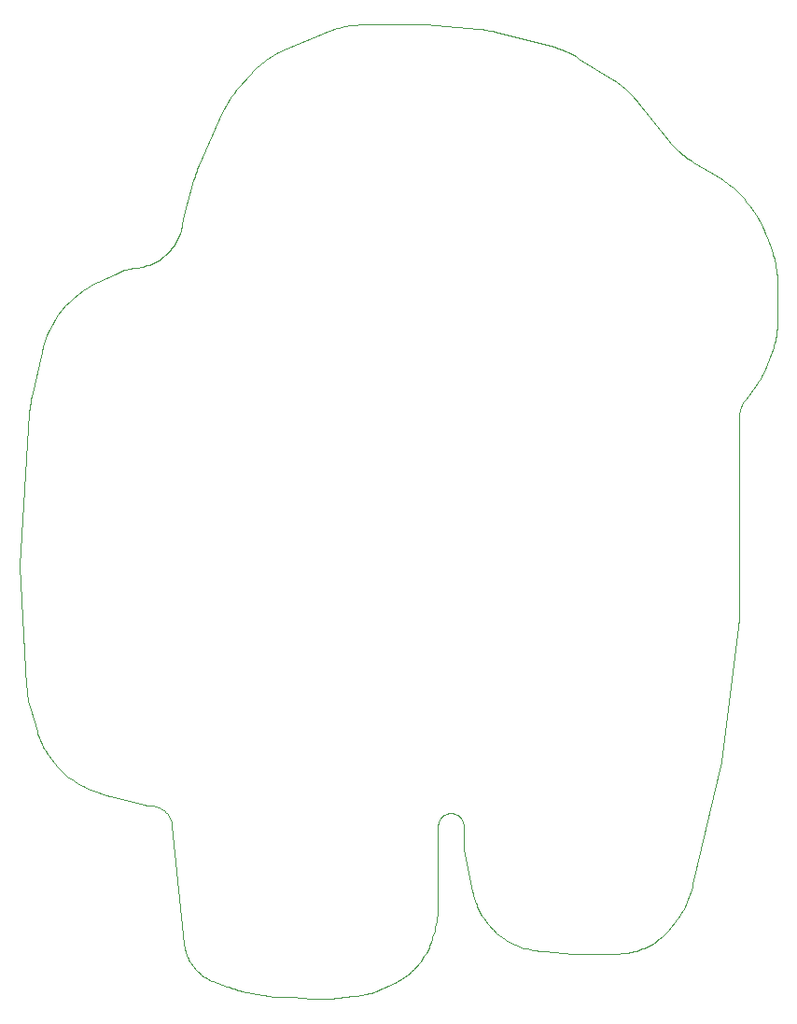
<source format=gbr>
%TF.GenerationSoftware,KiCad,Pcbnew,8.0.4*%
%TF.CreationDate,2024-12-04T20:03:35-06:00*%
%TF.ProjectId,amoguspico,616d6f67-7573-4706-9963-6f2e6b696361,rev?*%
%TF.SameCoordinates,Original*%
%TF.FileFunction,Profile,NP*%
%FSLAX46Y46*%
G04 Gerber Fmt 4.6, Leading zero omitted, Abs format (unit mm)*
G04 Created by KiCad (PCBNEW 8.0.4) date 2024-12-04 20:03:35*
%MOMM*%
%LPD*%
G01*
G04 APERTURE LIST*
%TA.AperFunction,Profile*%
%ADD10C,0.100000*%
%TD*%
G04 APERTURE END LIST*
D10*
X157203538Y-56200330D02*
X157398855Y-56218692D01*
X157593673Y-56241179D01*
X157787927Y-56267780D01*
X157981552Y-56298484D01*
X158174482Y-56333280D01*
X158366652Y-56372157D01*
X158557998Y-56415104D01*
X158748453Y-56462108D01*
X163780888Y-57760836D01*
X164122647Y-57856026D01*
X164460109Y-57964106D01*
X164792927Y-58084922D01*
X165120753Y-58218320D01*
X165443240Y-58364147D01*
X165760040Y-58522250D01*
X166070806Y-58692475D01*
X166375190Y-58874669D01*
X169382512Y-60754293D01*
X169547330Y-60859756D01*
X169709765Y-60968593D01*
X169869766Y-61080759D01*
X170027283Y-61196212D01*
X170182267Y-61314907D01*
X170334666Y-61436802D01*
X170484431Y-61561853D01*
X170631511Y-61690017D01*
X170775857Y-61821251D01*
X170917418Y-61955510D01*
X171056143Y-62092753D01*
X171191984Y-62232935D01*
X171324889Y-62376013D01*
X171454808Y-62521944D01*
X171581691Y-62670684D01*
X171705489Y-62822190D01*
X174452127Y-66255443D01*
X174565063Y-66393806D01*
X174680559Y-66529879D01*
X174798579Y-66663629D01*
X174919089Y-66795021D01*
X175042055Y-66924023D01*
X175167441Y-67050601D01*
X175295214Y-67174721D01*
X175425338Y-67296349D01*
X175557779Y-67415451D01*
X175692502Y-67531995D01*
X175829473Y-67645946D01*
X175968658Y-67757272D01*
X176110021Y-67865937D01*
X176253527Y-67971909D01*
X176399144Y-68075153D01*
X176546834Y-68175637D01*
X176739449Y-68304172D01*
X178978619Y-69621419D01*
X179186583Y-69747430D01*
X179390918Y-69878694D01*
X179591532Y-70015125D01*
X179788333Y-70156640D01*
X179981231Y-70303155D01*
X180170132Y-70454586D01*
X180354947Y-70610848D01*
X180535583Y-70771858D01*
X180711949Y-70937532D01*
X180883953Y-71107785D01*
X181051503Y-71282534D01*
X181214509Y-71461695D01*
X181372878Y-71645183D01*
X181526520Y-71832915D01*
X181675341Y-72024806D01*
X181819252Y-72220772D01*
X182229027Y-72794826D01*
X182413642Y-73063031D01*
X182588528Y-73337298D01*
X182753549Y-73617362D01*
X182908569Y-73902955D01*
X183053453Y-74193812D01*
X183188065Y-74489666D01*
X183312269Y-74790250D01*
X183425930Y-75095298D01*
X183851448Y-76300310D01*
X183914909Y-76486533D01*
X183974364Y-76673915D01*
X184029802Y-76862391D01*
X184081209Y-77051895D01*
X184128574Y-77242361D01*
X184171884Y-77433725D01*
X184211128Y-77625921D01*
X184246292Y-77818885D01*
X184277365Y-78012549D01*
X184304335Y-78206850D01*
X184327189Y-78401722D01*
X184345915Y-78597100D01*
X184360501Y-78792918D01*
X184370935Y-78989111D01*
X184377204Y-79185613D01*
X184379297Y-79382360D01*
X184379297Y-82495018D01*
X184376663Y-82715764D01*
X184368774Y-82936165D01*
X184355649Y-83156132D01*
X184337307Y-83375571D01*
X184313767Y-83594391D01*
X184285048Y-83812499D01*
X184251168Y-84029804D01*
X184212148Y-84246214D01*
X184168005Y-84461638D01*
X184118759Y-84675982D01*
X184064429Y-84889155D01*
X184005033Y-85101066D01*
X183940592Y-85311622D01*
X183871123Y-85520732D01*
X183796645Y-85728303D01*
X183717179Y-85934244D01*
X183356483Y-86835142D01*
X183261632Y-87061470D01*
X183159462Y-87284377D01*
X183050074Y-87503688D01*
X182933573Y-87719229D01*
X182810060Y-87930827D01*
X182679641Y-88138307D01*
X182542416Y-88341496D01*
X182398490Y-88540218D01*
X181462261Y-89788337D01*
X181396581Y-89879702D01*
X181334829Y-89973375D01*
X181277048Y-90069229D01*
X181223279Y-90167134D01*
X181173567Y-90266962D01*
X181127953Y-90368584D01*
X181086481Y-90471873D01*
X181049192Y-90576698D01*
X181016131Y-90682932D01*
X180987339Y-90790447D01*
X180962859Y-90899112D01*
X180942734Y-91008801D01*
X180927007Y-91119383D01*
X180915721Y-91230732D01*
X180908918Y-91342717D01*
X180906640Y-91455211D01*
X180906640Y-109744535D01*
X179286063Y-122709118D01*
X176712132Y-133797536D01*
X176655243Y-134028427D01*
X176592267Y-134257424D01*
X176523259Y-134484412D01*
X176448273Y-134709276D01*
X176367365Y-134931902D01*
X176280589Y-135152175D01*
X176188001Y-135369980D01*
X176089655Y-135585203D01*
X175985607Y-135797730D01*
X175875911Y-136007445D01*
X175760622Y-136214234D01*
X175639795Y-136417982D01*
X175513485Y-136618575D01*
X175381748Y-136815898D01*
X175244637Y-137009837D01*
X175102209Y-137200277D01*
X174761887Y-137642463D01*
X174661315Y-137769742D01*
X174557583Y-137894221D01*
X174450752Y-138015844D01*
X174340886Y-138134558D01*
X174228046Y-138250306D01*
X174112295Y-138363034D01*
X173993695Y-138472687D01*
X173872309Y-138579210D01*
X173748199Y-138682547D01*
X173621428Y-138782645D01*
X173492057Y-138879448D01*
X173360150Y-138972901D01*
X173225769Y-139062949D01*
X173088976Y-139149537D01*
X172949834Y-139232611D01*
X172808404Y-139312114D01*
X172635668Y-139402832D01*
X172460476Y-139487958D01*
X172282965Y-139567455D01*
X172103274Y-139641288D01*
X171921540Y-139709421D01*
X171737901Y-139771818D01*
X171552494Y-139828443D01*
X171365458Y-139879260D01*
X171176929Y-139924234D01*
X170987045Y-139963327D01*
X170795945Y-139996505D01*
X170603766Y-140023731D01*
X170410645Y-140044969D01*
X170216721Y-140060184D01*
X170022130Y-140069339D01*
X169827011Y-140072399D01*
X165858462Y-140072399D01*
X163311845Y-139840885D01*
X163031035Y-139835044D01*
X162751574Y-139817598D01*
X162473797Y-139788663D01*
X162198043Y-139748353D01*
X161924646Y-139696784D01*
X161653946Y-139634071D01*
X161386278Y-139560330D01*
X161121978Y-139475676D01*
X160861385Y-139380224D01*
X160604834Y-139274090D01*
X160352663Y-139157389D01*
X160105209Y-139030236D01*
X159862807Y-138892746D01*
X159625796Y-138745035D01*
X159394511Y-138587218D01*
X159169290Y-138419410D01*
X158913150Y-138220314D01*
X158542547Y-137849898D01*
X158418482Y-137722437D01*
X158298019Y-137591875D01*
X158181209Y-137458291D01*
X158068103Y-137321763D01*
X157958753Y-137182371D01*
X157853209Y-137040193D01*
X157751522Y-136895307D01*
X157653745Y-136747792D01*
X157559927Y-136597727D01*
X157470120Y-136445190D01*
X157384375Y-136290261D01*
X157302744Y-136133017D01*
X157225277Y-135973538D01*
X157152025Y-135811902D01*
X157083040Y-135648188D01*
X157018373Y-135482474D01*
X156972528Y-135356467D01*
X156929247Y-135229555D01*
X156888544Y-135101785D01*
X156850431Y-134973207D01*
X156814920Y-134843869D01*
X156782023Y-134713820D01*
X156751754Y-134583108D01*
X156724124Y-134451783D01*
X155956714Y-130614739D01*
X155944271Y-130548283D01*
X155933478Y-130481589D01*
X155924336Y-130414678D01*
X155916849Y-130347572D01*
X155911020Y-130280293D01*
X155906853Y-130212862D01*
X155904350Y-130145300D01*
X155903515Y-130077631D01*
X155903515Y-128496874D01*
X155902009Y-128437295D01*
X155897538Y-128378499D01*
X155890177Y-128320560D01*
X155879997Y-128263550D01*
X155867072Y-128207540D01*
X155851473Y-128152605D01*
X155833274Y-128098817D01*
X155812548Y-128046248D01*
X155789367Y-127994971D01*
X155763803Y-127945059D01*
X155735931Y-127896584D01*
X155705822Y-127849619D01*
X155673548Y-127804237D01*
X155639184Y-127760510D01*
X155602802Y-127718512D01*
X155564473Y-127678313D01*
X155524272Y-127639989D01*
X155482271Y-127603610D01*
X155438542Y-127569250D01*
X155393158Y-127536981D01*
X155346193Y-127506876D01*
X155297718Y-127479008D01*
X155247806Y-127453448D01*
X155196531Y-127430271D01*
X155143965Y-127409549D01*
X155090181Y-127391354D01*
X155035250Y-127375758D01*
X154979247Y-127362836D01*
X154922244Y-127352658D01*
X154864314Y-127345299D01*
X154805529Y-127340830D01*
X154745962Y-127339324D01*
X154686395Y-127340830D01*
X154627609Y-127345299D01*
X154569679Y-127352658D01*
X154512676Y-127362836D01*
X154456673Y-127375758D01*
X154401743Y-127391354D01*
X154347958Y-127409549D01*
X154295392Y-127430271D01*
X154244117Y-127453448D01*
X154194205Y-127479008D01*
X154145731Y-127506876D01*
X154098765Y-127536981D01*
X154053381Y-127569250D01*
X154009653Y-127603610D01*
X153967651Y-127639989D01*
X153927450Y-127678313D01*
X153889122Y-127718512D01*
X153852739Y-127760510D01*
X153818375Y-127804237D01*
X153786102Y-127849619D01*
X153755992Y-127896584D01*
X153728120Y-127945059D01*
X153702557Y-127994971D01*
X153679375Y-128046248D01*
X153658649Y-128098817D01*
X153640450Y-128152605D01*
X153624852Y-128207540D01*
X153611926Y-128263550D01*
X153601746Y-128320560D01*
X153594385Y-128378499D01*
X153589915Y-128437295D01*
X153588408Y-128496874D01*
X153588408Y-135665362D01*
X153583360Y-135955132D01*
X153568238Y-136244333D01*
X153543081Y-136532699D01*
X153507924Y-136819963D01*
X153462805Y-137105860D01*
X153407761Y-137390123D01*
X153342828Y-137672487D01*
X153268044Y-137952684D01*
X153077559Y-138619435D01*
X153023847Y-138797838D01*
X152965224Y-138974429D01*
X152901743Y-139149110D01*
X152833455Y-139321782D01*
X152760415Y-139492350D01*
X152682675Y-139660714D01*
X152600287Y-139826778D01*
X152513305Y-139990443D01*
X152421780Y-140151612D01*
X152325765Y-140310187D01*
X152225314Y-140466071D01*
X152120479Y-140619166D01*
X152011312Y-140769375D01*
X151897867Y-140916599D01*
X151780196Y-141060741D01*
X151658351Y-141201704D01*
X151551964Y-141318612D01*
X151442933Y-141432823D01*
X151331311Y-141544298D01*
X151217152Y-141652998D01*
X151100507Y-141758884D01*
X150981431Y-141861919D01*
X150859976Y-141962063D01*
X150736195Y-142059278D01*
X150610141Y-142153524D01*
X150481867Y-142244764D01*
X150351426Y-142332959D01*
X150218870Y-142418069D01*
X150084254Y-142500057D01*
X149947630Y-142578884D01*
X149809051Y-142654511D01*
X149668569Y-142726899D01*
X149093359Y-143014435D01*
X148903454Y-143106684D01*
X148711671Y-143194504D01*
X148518087Y-143277872D01*
X148322782Y-143356764D01*
X148125834Y-143431159D01*
X147927321Y-143501032D01*
X147727323Y-143566361D01*
X147525917Y-143627122D01*
X147323184Y-143683293D01*
X147119201Y-143734851D01*
X146914047Y-143781773D01*
X146707800Y-143824034D01*
X146500540Y-143861614D01*
X146292345Y-143894487D01*
X146083294Y-143922632D01*
X145873465Y-143946026D01*
X143818485Y-144151611D01*
X143598916Y-144170883D01*
X143379042Y-144184940D01*
X143158956Y-144193778D01*
X142938752Y-144197391D01*
X142718524Y-144195773D01*
X142498367Y-144188919D01*
X142278373Y-144176824D01*
X142058637Y-144159482D01*
X140392317Y-144008076D01*
X139457201Y-144008076D01*
X139228610Y-144005257D01*
X139000260Y-143996804D01*
X138772256Y-143982731D01*
X138544701Y-143963046D01*
X138317703Y-143937762D01*
X138091365Y-143906889D01*
X137865794Y-143870438D01*
X137641094Y-143828419D01*
X135789473Y-143458004D01*
X135609760Y-143420003D01*
X135430950Y-143378236D01*
X135253104Y-143332714D01*
X135076282Y-143283448D01*
X134900546Y-143230448D01*
X134725955Y-143173725D01*
X134552571Y-143113291D01*
X134380454Y-143049156D01*
X133156876Y-142578725D01*
X133023341Y-142524608D01*
X132892074Y-142465969D01*
X132763183Y-142402886D01*
X132636770Y-142335438D01*
X132512942Y-142263703D01*
X132391804Y-142187760D01*
X132273461Y-142107688D01*
X132158019Y-142023566D01*
X132045581Y-141935472D01*
X131936255Y-141843484D01*
X131830144Y-141747682D01*
X131727355Y-141648144D01*
X131627991Y-141544949D01*
X131532160Y-141438175D01*
X131439964Y-141327902D01*
X131351511Y-141214207D01*
X131269777Y-141101283D01*
X131192092Y-140985876D01*
X131118497Y-140868098D01*
X131049037Y-140748060D01*
X130983754Y-140625873D01*
X130922692Y-140501649D01*
X130865895Y-140375499D01*
X130813406Y-140247534D01*
X130765268Y-140117865D01*
X130721524Y-139986603D01*
X130682218Y-139853860D01*
X130647393Y-139719747D01*
X130617093Y-139584375D01*
X130591360Y-139447855D01*
X130570239Y-139310299D01*
X130553772Y-139171818D01*
X129465350Y-128469096D01*
X129453241Y-128372692D01*
X129436747Y-128277840D01*
X129415978Y-128184641D01*
X129391044Y-128093192D01*
X129362053Y-128003593D01*
X129329114Y-127915943D01*
X129292339Y-127830340D01*
X129251836Y-127746883D01*
X129207714Y-127665671D01*
X129160083Y-127586803D01*
X129109053Y-127510378D01*
X129054733Y-127436494D01*
X128997232Y-127365251D01*
X128936661Y-127296748D01*
X128873128Y-127231082D01*
X128806743Y-127168353D01*
X128737616Y-127108661D01*
X128665856Y-127052103D01*
X128591572Y-126998779D01*
X128514874Y-126948787D01*
X128435872Y-126902226D01*
X128354675Y-126859195D01*
X128271392Y-126819794D01*
X128186134Y-126784120D01*
X128099009Y-126752273D01*
X128010127Y-126724352D01*
X127919597Y-126700455D01*
X127827530Y-126680681D01*
X127734034Y-126665129D01*
X127639219Y-126653898D01*
X127543194Y-126647087D01*
X127446069Y-126644795D01*
X127383877Y-126643841D01*
X127321788Y-126640981D01*
X127259846Y-126636223D01*
X127198093Y-126629570D01*
X127136572Y-126621030D01*
X127075326Y-126610608D01*
X127014399Y-126598309D01*
X126953832Y-126584140D01*
X123492057Y-125718753D01*
X122343163Y-125308516D01*
X122088027Y-125212627D01*
X121836672Y-125108573D01*
X121589280Y-124996480D01*
X121346030Y-124876475D01*
X121107105Y-124748682D01*
X120872682Y-124613230D01*
X120642944Y-124470244D01*
X120418070Y-124319850D01*
X120198241Y-124162174D01*
X119983637Y-123997342D01*
X119774439Y-123825482D01*
X119570827Y-123646718D01*
X119372980Y-123461177D01*
X119181081Y-123268986D01*
X118995308Y-123070270D01*
X118815843Y-122865156D01*
X118680569Y-122701072D01*
X118549714Y-122533749D01*
X118423330Y-122363280D01*
X118301465Y-122189759D01*
X118184170Y-122013277D01*
X118071495Y-121833929D01*
X117963489Y-121651807D01*
X117860203Y-121467004D01*
X117761687Y-121279613D01*
X117667991Y-121089726D01*
X117579164Y-120897437D01*
X117495256Y-120702839D01*
X117416319Y-120506025D01*
X117342401Y-120307087D01*
X117273552Y-120106118D01*
X117209823Y-119903212D01*
X116627764Y-117963155D01*
X116553735Y-117702583D01*
X116487397Y-117440138D01*
X116428782Y-117175989D01*
X116377919Y-116910304D01*
X116334838Y-116643251D01*
X116299570Y-116374999D01*
X116272145Y-116105716D01*
X116252593Y-115835569D01*
X115620703Y-104882815D01*
X116500318Y-91028863D01*
X116513705Y-90846500D01*
X116530684Y-90664494D01*
X116551248Y-90482896D01*
X116575389Y-90301758D01*
X116603100Y-90121132D01*
X116634373Y-89941071D01*
X116669201Y-89761626D01*
X116707575Y-89582849D01*
X117629765Y-85484234D01*
X117762762Y-84963946D01*
X117924621Y-84455260D01*
X118114526Y-83959185D01*
X118331664Y-83476733D01*
X118575218Y-83008914D01*
X118844373Y-82556739D01*
X119138314Y-82121218D01*
X119456227Y-81703363D01*
X119797294Y-81304183D01*
X120160703Y-80924690D01*
X120545636Y-80565894D01*
X120951280Y-80228806D01*
X121376818Y-79914436D01*
X121821437Y-79623795D01*
X122284319Y-79357895D01*
X122764651Y-79117744D01*
X124396429Y-78360150D01*
X124575873Y-78280794D01*
X124757923Y-78208132D01*
X124942390Y-78142222D01*
X125129084Y-78083119D01*
X125317817Y-78030881D01*
X125508398Y-77985565D01*
X125700638Y-77947229D01*
X125894348Y-77915928D01*
X126408486Y-77842493D01*
X126604163Y-77810332D01*
X126796944Y-77770274D01*
X126986658Y-77722492D01*
X127173138Y-77667160D01*
X127356215Y-77604450D01*
X127535718Y-77534536D01*
X127711480Y-77457591D01*
X127883332Y-77373788D01*
X128051104Y-77283301D01*
X128214628Y-77186303D01*
X128373734Y-77082967D01*
X128528253Y-76973466D01*
X128678017Y-76857974D01*
X128822856Y-76736664D01*
X128962602Y-76609708D01*
X129097086Y-76477282D01*
X129226138Y-76339557D01*
X129349590Y-76196706D01*
X129467272Y-76048904D01*
X129579016Y-75896324D01*
X129684652Y-75739138D01*
X129784012Y-75577519D01*
X129876927Y-75411642D01*
X129963227Y-75241680D01*
X130042744Y-75067804D01*
X130115308Y-74890190D01*
X130180752Y-74709010D01*
X130238905Y-74524438D01*
X130289598Y-74336645D01*
X130332664Y-74145807D01*
X130367932Y-73952096D01*
X130395234Y-73755686D01*
X130406613Y-73666369D01*
X130419702Y-73577311D01*
X130434497Y-73488538D01*
X130450994Y-73400074D01*
X130469187Y-73311945D01*
X130489074Y-73224174D01*
X130510649Y-73136788D01*
X130533909Y-73049810D01*
X131408093Y-69902797D01*
X131456299Y-69735368D01*
X131507633Y-69568917D01*
X131562080Y-69403488D01*
X131619624Y-69239126D01*
X131680249Y-69075875D01*
X131743942Y-68913780D01*
X131810686Y-68752885D01*
X131880467Y-68593235D01*
X134037078Y-63782357D01*
X134183887Y-63470525D01*
X134342031Y-63164686D01*
X134511318Y-62865140D01*
X134691552Y-62572188D01*
X134882541Y-62286131D01*
X135084090Y-62007271D01*
X135296007Y-61735909D01*
X135518097Y-61472346D01*
X136434323Y-60425270D01*
X136611117Y-60228936D01*
X136793177Y-60037995D01*
X136980372Y-59852542D01*
X137172572Y-59672668D01*
X137369649Y-59498467D01*
X137571472Y-59330033D01*
X137777912Y-59167458D01*
X137988839Y-59010837D01*
X138204124Y-58860262D01*
X138423637Y-58715827D01*
X138647249Y-58577625D01*
X138874829Y-58445749D01*
X139106248Y-58320292D01*
X139341377Y-58201349D01*
X139580086Y-58089011D01*
X139822245Y-57983373D01*
X143304393Y-56523121D01*
X143517992Y-56436656D01*
X143733441Y-56355618D01*
X143950634Y-56280028D01*
X144169469Y-56209906D01*
X144389841Y-56145274D01*
X144611646Y-56086152D01*
X144834780Y-56032562D01*
X145059139Y-55984523D01*
X145284619Y-55942058D01*
X145511116Y-55905187D01*
X145738526Y-55873931D01*
X145966745Y-55848311D01*
X146195668Y-55828348D01*
X146425193Y-55814063D01*
X146655214Y-55805476D01*
X146885628Y-55802609D01*
X152430859Y-55802609D01*
X157203538Y-56200330D01*
M02*

</source>
